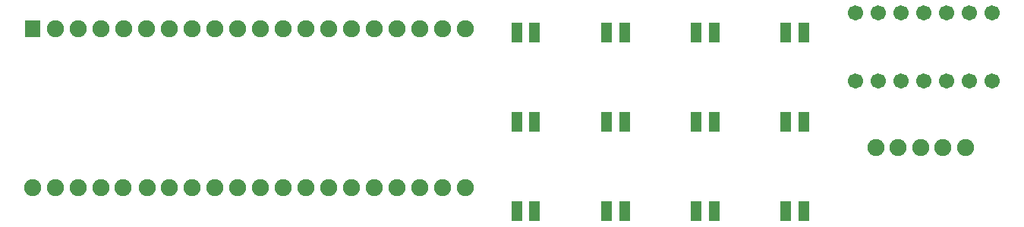
<source format=gbs>
G04 Layer: BottomSolderMaskLayer*
G04 EasyEDA v6.5.15, 2022-09-02 19:13:46*
G04 7dfffcf241994c68a0b0b9662bae6326,4d9b886a9f2f4cb0bf4fdc89abf0ebec,10*
G04 Gerber Generator version 0.2*
G04 Scale: 100 percent, Rotated: No, Reflected: No *
G04 Dimensions in millimeters *
G04 leading zeros omitted , absolute positions ,4 integer and 5 decimal *
%FSLAX45Y45*%
%MOMM*%

%AMMACRO1*1,1,$1,$2,$3*1,1,$1,$4,$5*1,1,$1,0-$2,0-$3*1,1,$1,0-$4,0-$5*20,1,$1,$2,$3,$4,$5,0*20,1,$1,$4,$5,0-$2,0-$3,0*20,1,$1,0-$2,0-$3,0-$4,0-$5,0*20,1,$1,0-$4,0-$5,$2,$3,0*4,1,4,$2,$3,$4,$5,0-$2,0-$3,0-$4,0-$5,$2,$3,0*%
%ADD10R,1.3005X2.2606*%
%ADD11C,1.7016*%
%ADD12C,1.9016*%
%ADD13MACRO1,0.1016X-0.7874X0.9X0.7874X0.9*%

%LPD*%
D10*
G01*
X6502145Y8261095D03*
G01*
X6700265Y8261095D03*
G01*
X7502143Y8261095D03*
G01*
X7700263Y8261095D03*
G01*
X8502141Y8261095D03*
G01*
X8700261Y8261095D03*
G01*
X9502140Y8261095D03*
G01*
X9700259Y8261095D03*
G01*
X6502145Y7261097D03*
G01*
X6700265Y7261097D03*
G01*
X7502143Y7261097D03*
G01*
X7700263Y7261097D03*
G01*
X8502141Y7261097D03*
G01*
X8700261Y7261097D03*
G01*
X9502140Y7261097D03*
G01*
X9700259Y7261097D03*
G01*
X6502145Y6261100D03*
G01*
X6700265Y6261100D03*
G01*
X7502143Y6261100D03*
G01*
X7700263Y6261100D03*
G01*
X8502141Y6261100D03*
G01*
X8700261Y6261100D03*
G01*
X9502140Y6261100D03*
G01*
X9700259Y6261100D03*
D11*
G01*
X10274300Y8483600D03*
G01*
X10528300Y8483600D03*
G01*
X10528300Y7721600D03*
G01*
X10274300Y7721600D03*
G01*
X10782300Y8483600D03*
G01*
X10782300Y7721600D03*
G01*
X11036300Y8483600D03*
G01*
X11036300Y7721600D03*
G01*
X11290300Y8483600D03*
G01*
X11290300Y7721600D03*
G01*
X11544300Y8483600D03*
G01*
X11544300Y7721600D03*
G01*
X11798300Y8483600D03*
G01*
X11798300Y7721600D03*
D12*
G01*
X10502900Y6972300D03*
G01*
X10753090Y6972300D03*
G01*
X11003025Y6972300D03*
G01*
X11252961Y6972300D03*
G01*
X11502897Y6972300D03*
G01*
X5929198Y8307476D03*
G01*
X5675198Y8307476D03*
G01*
X5421198Y8307476D03*
G01*
X5167198Y8307476D03*
G01*
X4913198Y8307476D03*
G01*
X4659198Y8307476D03*
G01*
X4405198Y8307476D03*
G01*
X4151198Y8307476D03*
G01*
X3897198Y8307476D03*
G01*
X3643198Y8307476D03*
G01*
X3389198Y8307476D03*
G01*
X3135198Y8307476D03*
G01*
X2881198Y8307476D03*
G01*
X2627198Y8307476D03*
G01*
X2373198Y8307476D03*
G01*
X2119198Y8307476D03*
G01*
X1865198Y8307476D03*
G01*
X1611198Y8307476D03*
G01*
X1357198Y8307476D03*
D13*
G01*
X1103205Y8307489D03*
D12*
G01*
X5929198Y6529476D03*
G01*
X5675198Y6529476D03*
G01*
X5421198Y6529476D03*
G01*
X5167198Y6529476D03*
G01*
X4913198Y6529476D03*
G01*
X4659198Y6529476D03*
G01*
X4405198Y6529476D03*
G01*
X4151198Y6529476D03*
G01*
X3897198Y6529476D03*
G01*
X3643198Y6529476D03*
G01*
X3389198Y6529476D03*
G01*
X3135198Y6529476D03*
G01*
X2881198Y6529476D03*
G01*
X2627198Y6529476D03*
G01*
X2374900Y6527800D03*
G01*
X2108200Y6527800D03*
G01*
X1865198Y6529476D03*
G01*
X1611198Y6529476D03*
G01*
X1357198Y6529476D03*
G01*
X1103198Y6529476D03*
M02*

</source>
